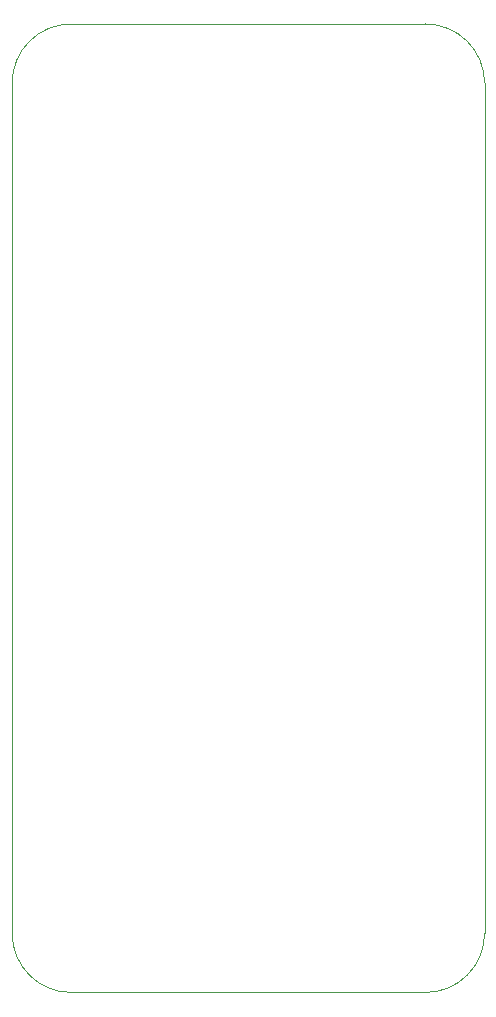
<source format=gm1>
G04 #@! TF.GenerationSoftware,KiCad,Pcbnew,9.0.0*
G04 #@! TF.CreationDate,2025-07-02T14:57:14+08:00*
G04 #@! TF.ProjectId,ESPNOW,4553504e-4f57-42e6-9b69-6361645f7063,rev?*
G04 #@! TF.SameCoordinates,Original*
G04 #@! TF.FileFunction,Profile,NP*
%FSLAX46Y46*%
G04 Gerber Fmt 4.6, Leading zero omitted, Abs format (unit mm)*
G04 Created by KiCad (PCBNEW 9.0.0) date 2025-07-02 14:57:14*
%MOMM*%
%LPD*%
G01*
G04 APERTURE LIST*
G04 #@! TA.AperFunction,Profile*
%ADD10C,0.050000*%
G04 #@! TD*
G04 APERTURE END LIST*
D10*
X199500000Y-62500000D02*
G75*
G02*
X204500000Y-67500000I0J-5000000D01*
G01*
X199500000Y-144500000D02*
X169500000Y-144500000D01*
X169500000Y-144500000D02*
G75*
G02*
X164500000Y-139500000I0J5000000D01*
G01*
X204500000Y-67500000D02*
X204500000Y-139500000D01*
X164500000Y-139500000D02*
X164500000Y-67500000D01*
X204500000Y-139500000D02*
G75*
G02*
X199500000Y-144500000I-5000000J0D01*
G01*
X169500000Y-62500000D02*
X199500000Y-62500000D01*
X164500000Y-67500000D02*
G75*
G02*
X169500000Y-62500000I5000000J0D01*
G01*
M02*

</source>
